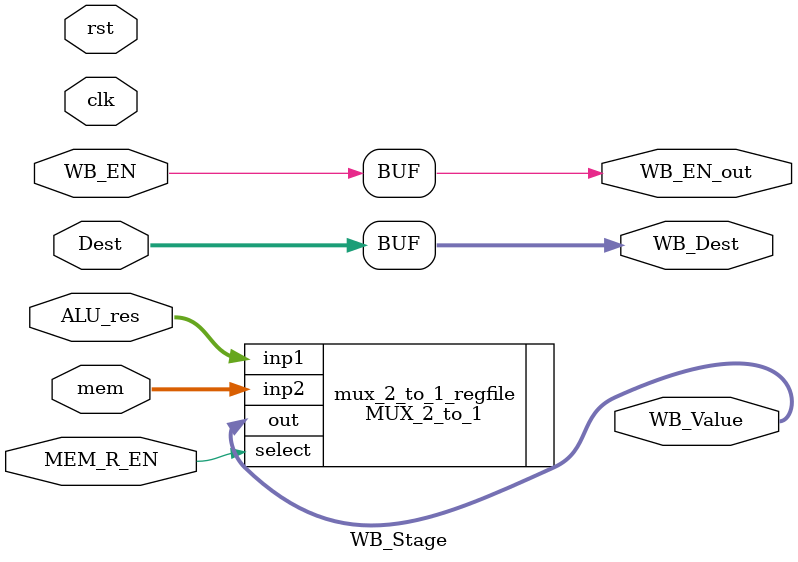
<source format=v>
module WB_Stage
(
    input                        clk,
    input                        rst,
    input                        MEM_R_EN,
    input                        WB_EN,
    input [3:0]                  Dest,
    input [31:0]                 ALU_res,
    input [31:0]                 mem,

    output                       WB_EN_out,
    output [3:0]                 WB_Dest,
    output [31:0]                WB_Value
);

    assign WB_EN_out = WB_EN;
    assign WB_Dest = Dest;

    MUX_2_to_1 #(.WORD_WIDTH(32)) mux_2_to_1_regfile (
        .select(MEM_R_EN),
        .inp1(ALU_res), 
        .inp2(mem),
        .out(WB_Value)
    );

endmodule




</source>
